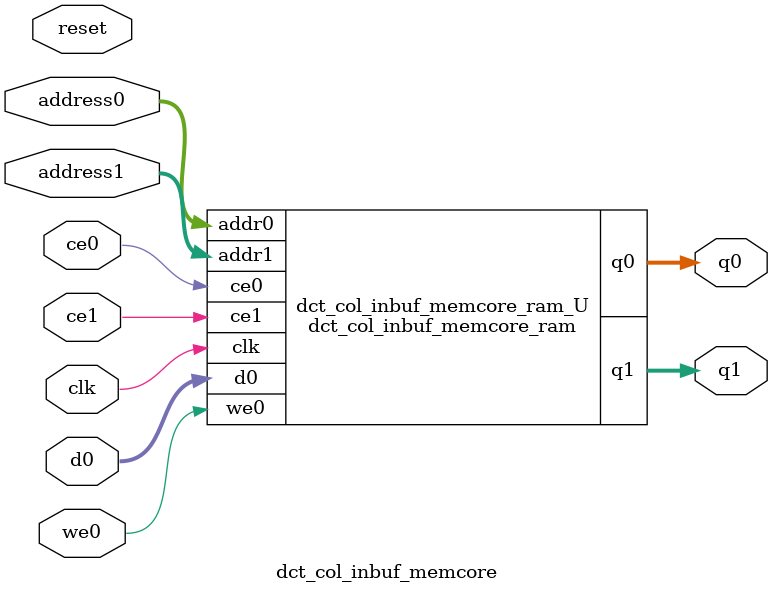
<source format=v>

`timescale 1 ns / 1 ps
module dct_col_inbuf_memcore_ram (addr0, ce0, d0, we0, q0, addr1, ce1, q1,  clk);

parameter DWIDTH = 16;
parameter AWIDTH = 6;
parameter MEM_SIZE = 64;

input[AWIDTH-1:0] addr0;
input ce0;
input[DWIDTH-1:0] d0;
input we0;
output reg[DWIDTH-1:0] q0;
input[AWIDTH-1:0] addr1;
input ce1;
output reg[DWIDTH-1:0] q1;
input clk;

(* ram_style = "block" *)reg [DWIDTH-1:0] ram[0:MEM_SIZE-1];




always @(posedge clk)  
begin 
    if (ce0) 
    begin
        if (we0) 
        begin 
            ram[addr0] <= d0; 
            q0 <= d0;
        end 
        else 
            q0 <= ram[addr0];
    end
end


always @(posedge clk)  
begin 
    if (ce1) 
    begin
            q1 <= ram[addr1];
    end
end


endmodule


`timescale 1 ns / 1 ps
module dct_col_inbuf_memcore(
    reset,
    clk,
    address0,
    ce0,
    we0,
    d0,
    q0,
    address1,
    ce1,
    q1);

parameter DataWidth = 32'd16;
parameter AddressRange = 32'd64;
parameter AddressWidth = 32'd6;
input reset;
input clk;
input[AddressWidth - 1:0] address0;
input ce0;
input we0;
input[DataWidth - 1:0] d0;
output[DataWidth - 1:0] q0;
input[AddressWidth - 1:0] address1;
input ce1;
output[DataWidth - 1:0] q1;



dct_col_inbuf_memcore_ram dct_col_inbuf_memcore_ram_U(
    .clk( clk ),
    .addr0( address0 ),
    .ce0( ce0 ),
    .d0( d0 ),
    .we0( we0 ),
    .q0( q0 ),
    .addr1( address1 ),
    .ce1( ce1 ),
    .q1( q1 ));

endmodule


</source>
